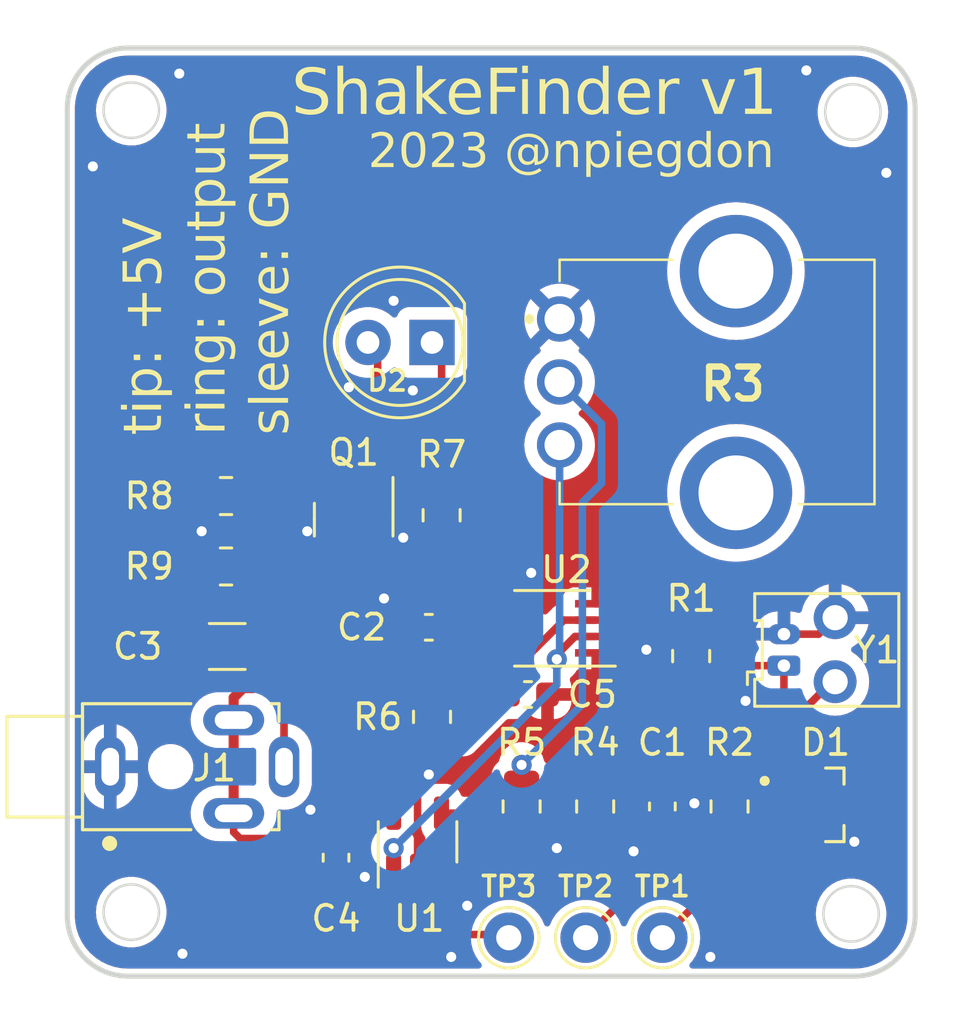
<source format=kicad_pcb>
(kicad_pcb (version 20221018) (generator pcbnew)
  (layers (0 "F.Cu" signal) (31 "B.Cu" signal) (34 "B.Paste" user) (35 "F.Paste" user) (36 "B.SilkS" user "B.Silkscreen") (37 "F.SilkS" user "F.Silkscreen") (38 "B.Mask" user) (39 "F.Mask" user) (44 "Edge.Cuts" user))
  (net 0 "")
  (net 1 "GND")
  (net 2 "Net-(C1-Pad1)")
  (net 3 "+5V")
  (net 4 "Net-(U2A-RCext)")
  (net 5 "Net-(U2A-Cext)")
  (net 6 "Net-(J2-Pin_1)")
  (net 7 "Net-(D2-K)")
  (net 8 "Net-(D2-A)")
  (net 9 "Net-(Q1-S)")
  (net 10 "Net-(R3-Pad2)")
  (net 11 "out")
  (net 12 "Net-(U2A-B)")
  (net 13 "Net-(U1-+)")
  (net 14 "Net-(U1--)")
  (footprint "Resistor_SMD:R_0805_2012Metric" (layer "F.Cu") (at 160.909 108.712 -90)
    (fp_text reference "R7" (at -2.413 0 -180) (layer "F.SilkS"))
    (fp_text value "1K")
    (fp_line (start -0.227064 -0.735) (end 0.227064 -0.735) (stroke (width 0.12)) (layer "F.SilkS"))
    (fp_line (start -0.227064 0.735) (end 0.227064 0.735) (stroke (width 0.12)) (layer "F.SilkS"))
    (pad "1" smd roundrect (at -0.9125 0 270) (size 1.025 1.4) (layers "F.Cu" "F.Paste" "F.Mask") (roundrect_rratio 0.243902439) (net 7 "Net-(D2-K)"))
    (pad "2" smd roundrect (at 0.9125 0 270) (size 1.025 1.4) (layers "F.Cu" "F.Paste" "F.Mask") (roundrect_rratio 0.243902439) (net 1 "GND"))
  )
  (footprint "Package_SO:SSOP-8_2.95x2.8mm_P0.65mm" (layer "F.Cu") (at 165.305 113.198 180)
    (fp_text reference "U2" (at -0.557 2.327 180) (layer "F.SilkS"))
    (fp_text value "74LVC1G123" hide)
    (fp_line (start 1.5 -1.5) (end -2.5 -1.5) (stroke (width 0.12)) (layer "F.SilkS"))
    (fp_line (start 1.5 1.5) (end -1.5 1.5) (stroke (width 0.12)) (layer "F.SilkS"))
    (pad "1" smd rect (at -1.7 -0.975 90) (size 0.3 1.6) (layers "F.Cu" "F.Paste" "F.Mask") (net 1 "GND"))
    (pad "2" smd rect (at -1.7 -0.325 90) (size 0.3 1.6) (layers "F.Cu" "F.Paste" "F.Mask") (net 12 "Net-(U2A-B)"))
    (pad "3" smd rect (at -1.7 0.325 90) (size 0.3 1.6) (layers "F.Cu" "F.Paste" "F.Mask") (net 3 "+5V"))
    (pad "4" smd rect (at -1.7 0.975 90) (size 0.3 1.6) (layers "F.Cu" "F.Paste" "F.Mask") (net 1 "GND"))
    (pad "5" smd rect (at 1.7 0.975 90) (size 0.3 1.6) (layers "F.Cu" "F.Paste" "F.Mask") (net 8 "Net-(D2-A)"))
    (pad "6" smd rect (at 1.7 0.325 90) (size 0.3 1.6) (layers "F.Cu" "F.Paste" "F.Mask") (net 5 "Net-(U2A-Cext)"))
    (pad "7" smd rect (at 1.7 -0.325 90) (size 0.3 1.6) (layers "F.Cu" "F.Paste" "F.Mask") (net 4 "Net-(U2A-RCext)"))
    (pad "8" smd rect (at 1.7 -0.975 90) (size 0.3 1.6) (layers "F.Cu" "F.Paste" "F.Mask") (net 3 "+5V"))
  )
  (footprint "Resistor_SMD:R_0805_2012Metric" (layer "F.Cu") (at 152.351 107.95 180)
    (fp_text reference "R8" (at 3.048 0 180) (layer "F.SilkS"))
    (fp_text value "1K")
    (fp_line (start -0.227064 -0.735) (end 0.227064 -0.735) (stroke (width 0.12)) (layer "F.SilkS"))
    (fp_line (start -0.227064 0.735) (end 0.227064 0.735) (stroke (width 0.12)) (layer "F.SilkS"))
    (pad "1" smd roundrect (at -0.9125 0 180) (size 1.025 1.4) (layers "F.Cu" "F.Paste" "F.Mask") (roundrect_rratio 0.243902439) (net 9 "Net-(Q1-S)"))
    (pad "2" smd roundrect (at 0.9125 0 180) (size 1.025 1.4) (layers "F.Cu" "F.Paste" "F.Mask") (roundrect_rratio 0.243902439) (net 1 "GND"))
  )
  (footprint "Package_TO_SOT_SMD:SOT-23" (layer "F.Cu") (at 157.419 108.8875 -90)
    (fp_text reference "Q1" (at -2.667 0) (layer "F.SilkS"))
    (fp_text value "AOSS32136C")
    (fp_line (start 0 -1.56) (end -1.675 -1.56) (stroke (width 0.12)) (layer "F.SilkS"))
    (fp_line (start 0 -1.56) (end 0.65 -1.56) (stroke (width 0.12)) (layer "F.SilkS"))
    (fp_line (start 0 1.56) (end -0.65 1.56) (stroke (width 0.12)) (layer "F.SilkS"))
    (fp_line (start 0 1.56) (end 0.65 1.56) (stroke (width 0.12)) (layer "F.SilkS"))
    (pad "1" smd roundrect (at -0.9375 -0.95 270) (size 1.475 0.6) (layers "F.Cu" "F.Paste" "F.Mask") (net 8 "Net-(D2-A)"))
    (pad "2" smd roundrect (at -0.9375 0.95 270) (size 1.475 0.6) (layers "F.Cu" "F.Paste" "F.Mask") (net 9 "Net-(Q1-S)"))
    (pad "3" smd roundrect (at 0.9375 0 270) (size 1.475 0.6) (layers "F.Cu" "F.Paste" "F.Mask") (net 11 "out"))
  )
  (footprint "Package_TO_SOT_SMD:SOT-23-5" (layer "F.Cu") (at 159.954 121.6715 90)
    (fp_text reference "U1" (at -3.0425 0.066 180) (layer "F.SilkS"))
    (fp_text value "MCP6001")
    (fp_line (start 0 -1.56) (end -1.8 -1.56) (stroke (width 0.12)) (layer "F.SilkS"))
    (fp_line (start 0 -1.56) (end 0.8 -1.56) (stroke (width 0.12)) (layer "F.SilkS"))
    (fp_line (start 0 1.56) (end -0.8 1.56) (stroke (width 0.12)) (layer "F.SilkS"))
    (fp_line (start 0 1.56) (end 0.8 1.56) (stroke (width 0.12)) (layer "F.SilkS"))
    (pad "1" smd roundrect (at -1.1375 -0.95 90) (size 1.325 0.6) (layers "F.Cu" "F.Paste" "F.Mask") (net 12 "Net-(U2A-B)"))
    (pad "2" smd roundrect (at -1.1375 0 90) (size 1.325 0.6) (layers "F.Cu" "F.Paste" "F.Mask") (net 1 "GND"))
    (pad "3" smd roundrect (at -1.1375 0.95 90) (size 1.325 0.6) (layers "F.Cu" "F.Paste" "F.Mask") (net 13 "Net-(U1-+)"))
    (pad "4" smd roundrect (at 1.1375 0.95 90) (size 1.325 0.6) (layers "F.Cu" "F.Paste" "F.Mask") (net 14 "Net-(U1--)"))
    (pad "5" smd roundrect (at 1.1375 -0.95 90) (size 1.325 0.6) (layers "F.Cu" "F.Paste" "F.Mask") (net 3 "+5V"))
  )
  (footprint "Resistor_SMD:R_0805_2012Metric" (layer "F.Cu") (at 167.005 120.269 -90)
    (fp_text reference "R4" (at -2.54 0) (layer "F.SilkS"))
    (fp_text value "10k")
    (fp_line (start -0.227064 -0.735) (end 0.227064 -0.735) (stroke (width 0.12)) (layer "F.SilkS"))
    (fp_line (start -0.227064 0.735) (end 0.227064 0.735) (stroke (width 0.12)) (layer "F.SilkS"))
    (pad "1" smd roundrect (at -0.9125 0 270) (size 1.025 1.4) (layers "F.Cu" "F.Paste" "F.Mask") (roundrect_rratio 0.243902439) (net 2 "Net-(C1-Pad1)"))
    (pad "2" smd roundrect (at 0.9125 0 270) (size 1.025 1.4) (layers "F.Cu" "F.Paste" "F.Mask") (roundrect_rratio 0.243902439) (net 13 "Net-(U1-+)"))
  )
  (footprint "KiCad Libraries:DIO_BAV99" (layer "F.Cu") (at 176.233 120.203)
    (fp_text reference "D1" (at -0.084 -2.474 180) (layer "F.SilkS"))
    (fp_text value "BAV99" hide)
    (fp_line (start -0.08 1.46) (end 0.65 1.46) (stroke (width 0.127)) (layer "F.SilkS"))
    (fp_line (start 0.65 -1.46) (end -0.08 -1.46) (stroke (width 0.127)) (layer "F.SilkS"))
    (fp_line (start 0.65 -0.82) (end 0.65 -1.46) (stroke (width 0.127)) (layer "F.SilkS"))
    (fp_line (start 0.65 1.46) (end 0.65 0.82) (stroke (width 0.127)) (layer "F.SilkS"))
    (fp_circle (center -2.5 -0.95) (end -2.4 -0.95) (stroke (width 0.2)) (fill none) (layer "F.SilkS"))
    (pad "1" smd rect (at -1.1 -0.95) (size 1.4 1) (layers "F.Cu" "F.Paste" "F.Mask") (net 6 "Net-(J2-Pin_1)"))
    (pad "2" smd rect (at -1.1 0.95) (size 1.4 1) (layers "F.Cu" "F.Paste" "F.Mask") (net 6 "Net-(J2-Pin_1)"))
    (pad "3" smd rect (at 1.1 0) (size 1.4 1) (layers "F.Cu" "F.Paste" "F.Mask") (net 1 "GND"))
  )
  (footprint "TestPoint:TestPoint_THTPad_D2.0mm_Drill1.0mm" (layer "F.Cu") (at 163.576 125.476 180)
    (fp_text reference "TP3" (at 0 2.032 180) (layer "F.SilkS") (effects (font (size 0.8 0.8) (thickness 0.15) bold)))
    (fp_text value "amp" hide)
    (fp_circle (center 0 0) (end 0 1.2) (stroke (width 0.12)) (fill none) (layer "F.SilkS"))
    (pad "1" thru_hole circle (at 0 0 180) (size 2 2) (drill 1) (layers "*.Cu" "*.Mask") (net 12 "Net-(U2A-B)"))
  )
  (footprint "Resistor_SMD:R_0805_2012Metric" (layer "F.Cu") (at 164.084 120.269 -90)
    (fp_text reference "R5" (at -2.54 0 -180) (layer "F.SilkS"))
    (fp_text value "10k")
    (fp_line (start -0.227064 -0.735) (end 0.227064 -0.735) (stroke (width 0.12)) (layer "F.SilkS"))
    (fp_line (start -0.227064 0.735) (end 0.227064 0.735) (stroke (width 0.12)) (layer "F.SilkS"))
    (pad "1" smd roundrect (at -0.9125 0 270) (size 1.025 1.4) (layers "F.Cu" "F.Paste" "F.Mask") (roundrect_rratio 0.243902439) (net 10 "Net-(R3-Pad2)"))
    (pad "2" smd roundrect (at 0.9125 0 270) (size 1.025 1.4) (layers "F.Cu" "F.Paste" "F.Mask") (roundrect_rratio 0.243902439) (net 14 "Net-(U1--)"))
  )
  (footprint "TestPoint:TestPoint_THTPad_D2.0mm_Drill1.0mm" (layer "F.Cu") (at 166.624 125.476 180)
    (fp_text reference "TP2" (at 0 2.032 180) (layer "F.SilkS") (effects (font (size 0.8 0.8) (thickness 0.15) bold)))
    (fp_text value "LPF" hide)
    (fp_circle (center 0 0) (end 0 1.2) (stroke (width 0.12)) (fill none) (layer "F.SilkS"))
    (pad "1" thru_hole circle (at 0 0 180) (size 2 2) (drill 1) (layers "*.Cu" "*.Mask") (net 2 "Net-(C1-Pad1)"))
  )
  (footprint "KiCad Libraries:Bournes PTV09A4020UB104" (layer "F.Cu") (at 171.193 103.423 -90)
    (fp_text reference "R3" (at 0.082 -1.273 -180) (layer "F.SilkS") (effects (font (size 1.27 1.27) (thickness 0.254))))
    (fp_text value "100k" hide)
    (fp_line (start -4.85 -6.9) (end 4.85 -6.9) (stroke (width 0.1)) (layer "F.SilkS"))
    (fp_line (start -4.85 -3.9) (end -4.85 -6.9) (stroke (width 0.1)) (layer "F.SilkS"))
    (fp_line (start -4.85 1.1) (end -4.85 5.6) (stroke (width 0.1)) (layer "F.SilkS"))
    (fp_line (start -4.85 5.6) (end -4 5.6) (stroke (width 0.1)) (layer "F.SilkS"))
    (fp_line (start -2.6 6.8) (end -2.6 6.8) (stroke (width 0.2)) (layer "F.SilkS"))
    (fp_line (start -2.4 6.8) (end -2.4 6.8) (stroke (width 0.2)) (layer "F.SilkS"))
    (fp_line (start 4 5.6) (end 4.85 5.6) (stroke (width 0.1)) (layer "F.SilkS"))
    (fp_line (start 4.85 -6.9) (end 4.85 -3.9) (stroke (width 0.1)) (layer "F.SilkS"))
    (fp_line (start 4.85 5.6) (end 4.85 1.1) (stroke (width 0.1)) (layer "F.SilkS"))
    (fp_arc (start -2.6 6.8) (mid -2.5 6.7) (end -2.4 6.8) (stroke (width 0.2)) (layer "F.SilkS"))
    (fp_arc (start -2.4 6.8) (mid -2.5 6.9) (end -2.6 6.8) (stroke (width 0.2)) (layer "F.SilkS"))
    (pad "1" thru_hole circle (at -2.5 5.6 270) (size 1.8 1.8) (drill 1.2) (layers "*.Cu" "*.Mask") (net 1 "GND"))
    (pad "2" thru_hole circle (at 0 5.6 270) (size 1.8 1.8) (drill 1.2) (layers "*.Cu" "*.Mask") (net 10 "Net-(R3-Pad2)"))
    (pad "3" thru_hole circle (at 2.5 5.6 270) (size 1.8 1.8) (drill 1.2) (layers "*.Cu" "*.Mask") (net 12 "Net-(U2A-B)"))
    (pad "4" thru_hole circle (at -4.4 -1.4 270) (size 4.46 4.46) (drill 2.9732) (layers "*.Cu" "*.Mask"))
    (pad "5" thru_hole circle (at 4.4 -1.4 270) (size 4.46 4.46) (drill 2.9732) (layers "*.Cu" "*.Mask"))
  )
  (footprint "Capacitor_SMD:C_0603_1608Metric" (layer "F.Cu") (at 169.672 120.269 90)
    (fp_text reference "C1" (at 2.54 0 180) (layer "F.SilkS"))
    (fp_text value "10n")
    (fp_line (start -0.14058 -0.51) (end 0.14058 -0.51) (stroke (width 0.12)) (layer "F.SilkS"))
    (fp_line (start -0.14058 0.51) (end 0.14058 0.51) (stroke (width 0.12)) (layer "F.SilkS"))
    (pad "1" smd roundrect (at -0.775 0 90) (size 0.9 0.95) (layers "F.Cu" "F.Paste" "F.Mask") (net 2 "Net-(C1-Pad1)"))
    (pad "2" smd roundrect (at 0.775 0 90) (size 0.9 0.95) (layers "F.Cu" "F.Paste" "F.Mask") (net 1 "GND"))
  )
  (footprint "Resistor_SMD:R_0805_2012Metric" (layer "F.Cu") (at 170.815 114.3 90)
    (fp_text reference "R1" (at 2.286 0) (layer "F.SilkS"))
    (fp_text value "100k")
    (fp_line (start -0.227064 -0.735) (end 0.227064 -0.735) (stroke (width 0.12)) (layer "F.SilkS"))
    (fp_line (start -0.227064 0.735) (end 0.227064 0.735) (stroke (width 0.12)) (layer "F.SilkS"))
    (pad "1" smd roundrect (at -0.9125 0 90) (size 1.025 1.4) (layers "F.Cu" "F.Paste" "F.Mask") (roundrect_rratio 0.243902439) (net 6 "Net-(J2-Pin_1)"))
    (pad "2" smd roundrect (at 0.9125 0 90) (size 1.025 1.4) (layers "F.Cu" "F.Paste" "F.Mask") (roundrect_rratio 0.243902439) (net 1 "GND"))
  )
  (footprint "TestPoint:TestPoint_THTPad_D2.0mm_Drill1.0mm" (layer "F.Cu") (at 169.672 125.476 180)
    (fp_text reference "TP1" (at 0 2.032 180) (layer "F.SilkS") (effects (font (size 0.8 0.8) (thickness 0.15) bold)))
    (fp_text value "Crystal" hide)
    (fp_circle (center 0 0) (end 0 1.2) (stroke (width 0.12)) (fill none) (layer "F.SilkS"))
    (pad "1" thru_hole circle (at 0 0 180) (size 2 2) (drill 1) (layers "*.Cu" "*.Mask") (net 6 "Net-(J2-Pin_1)"))
  )
  (footprint "Fiducial:Fiducial_1mm_Mask2mm" (layer "F.Cu") (at 173.355 125.095)
    (fp_text reference "FID2" hide)
    (fp_text value "Fiducial" hide)
    (pad "" smd circle (at 0 0) (size 1 1) (layers "F.Cu" "F.Mask") (clearance 0.5))
  )
  (footprint "Capacitor_SMD:C_1206_3216Metric" (layer "F.Cu") (at 152.4 113.919 180)
    (fp_text reference "C3" (at 3.556 0 180) (layer "F.SilkS"))
    (fp_text value "10u")
    (fp_line (start -0.711252 -0.91) (end 0.711252 -0.91) (stroke (width 0.12)) (layer "F.SilkS"))
    (fp_line (start -0.711252 0.91) (end 0.711252 0.91) (stroke (width 0.12)) (layer "F.SilkS"))
    (pad "1" smd roundrect (at -1.475 0 180) (size 1.15 1.8) (layers "F.Cu" "F.Paste" "F.Mask") (roundrect_rratio 0.2173913043) (net 3 "+5V"))
    (pad "2" smd roundrect (at 1.475 0 180) (size 1.15 1.8) (layers "F.Cu" "F.Paste" "F.Mask") (roundrect_rratio 0.2173913043) (net 1 "GND"))
  )
  (footprint "Resistor_SMD:R_0805_2012Metric" (layer "F.Cu") (at 172.339 120.269 -90)
    (fp_text reference "R2" (at -2.54 0 -180) (layer "F.SilkS"))
    (fp_text value "10k")
    (fp_line (start -0.227064 -0.735) (end 0.227064 -0.735) (stroke (width 0.12)) (layer "F.SilkS"))
    (fp_line (start -0.227064 0.735) (end 0.227064 0.735) (stroke (width 0.12)) (layer "F.SilkS"))
    (pad "1" smd roundrect (at -0.9125 0 270) (size 1.025 1.4) (layers "F.Cu" "F.Paste" "F.Mask") (roundrect_rratio 0.243902439) (net 6 "Net-(J2-Pin_1)"))
    (pad "2" smd roundrect (at 0.9125 0 270) (size 1.025 1.4) (layers "F.Cu" "F.Paste" "F.Mask") (roundrect_rratio 0.243902439) (net 2 "Net-(C1-Pad1)"))
  )
  (footprint "Capacitor_SMD:C_0603_1608Metric" (layer "F.Cu") (at 164.338 115.824)
    (fp_text reference "C5" (at 2.553 0) (layer "F.SilkS"))
    (fp_text value "100n")
    (fp_line (start -0.14058 -0.51) (end 0.14058 -0.51) (stroke (width 0.12)) (layer "F.SilkS"))
    (fp_line (start -0.14058 0.51) (end 0.14058 0.51) (stroke (width 0.12)) (layer "F.SilkS"))
    (pad "1" smd roundrect (at -0.775 0) (size 0.9 0.95) (layers "F.Cu" "F.Paste" "F.Mask") (net 3 "+5V"))
    (pad "2" smd roundrect (at 0.775 0) (size 0.9 0.95) (layers "F.Cu" "F.Paste" "F.Mask") (net 1 "GND"))
  )
  (footprint "Capacitor_SMD:C_0603_1608Metric" (layer "F.Cu") (at 156.718 122.301 -90)
    (fp_text reference "C4" (at 2.413 0) (layer "F.SilkS"))
    (fp_text value "100n")
    (fp_line (start -0.14058 -0.51) (end 0.14058 -0.51) (stroke (width 0.12)) (layer "F.SilkS"))
    (fp_line (start -0.14058 0.51) (end 0.14058 0.51) (stroke (width 0.12)) (layer "F.SilkS"))
    (pad "1" smd roundrect (at -0.775 0 270) (size 0.9 0.95) (layers "F.Cu" "F.Paste" "F.Mask") (net 3 "+5V"))
    (pad "2" smd roundrect (at 0.775 0 270) (size 0.9 0.95) (layers "F.Cu" "F.Paste" "F.Mask") (net 1 "GND"))
  )
  (footprint "KiCad Libraries:CUI_SJ1-2503A" (layer "F.Cu") (at 147.754 118.69 90)
    (fp_text reference "J1" (at -0.055 4.138 180) (layer "F.SilkS"))
    (fp_text value "2.5mm TRS" hide)
    (fp_line (start -2.5 -1.1) (end -2 -1.1) (stroke (width 0.127)) (layer "F.SilkS"))
    (fp_line (start -2.5 3.2) (end -2.5 -1.1) (stroke (width 0.127)) (layer "F.SilkS"))
    (fp_line (start -2.5 6.7) (end -2.5 6.4) (stroke (width 0.127)) (layer "F.SilkS"))
    (fp_line (start -2 -4.1) (end -2 -1.1) (stroke (width 0.127)) (layer "F.SilkS"))
    (fp_line (start -2 -1.1) (end 2 -1.1) (stroke (width 0.127)) (layer "F.SilkS"))
    (fp_line (start -1.8 6.7) (end -2.5 6.7) (stroke (width 0.127)) (layer "F.SilkS"))
    (fp_line (start 1.8 6.7) (end 2.5 6.7) (stroke (width 0.127)) (layer "F.SilkS"))
    (fp_line (start 2 -4.1) (end -2 -4.1) (stroke (width 0.127)) (layer "F.SilkS"))
    (fp_line (start 2 -1.1) (end 2 -4.1) (stroke (width 0.127)) (layer "F.SilkS"))
    (fp_line (start 2 -1.1) (end 2.5 -1.1) (stroke (width 0.127)) (layer "F.SilkS"))
    (fp_line (start 2.5 -1.1) (end 2.5 3.2) (stroke (width 0.127)) (layer "F.SilkS"))
    (fp_line (start 2.5 6.7) (end 2.5 6.4) (stroke (width 0.127)) (layer "F.SilkS"))
    (fp_circle (center -3.0444 -0.0236) (end -2.8944 -0.0236) (stroke (width 0.3)) (fill none) (layer "F.SilkS"))
    (pad "" np_thru_hole circle (at 0 2.4 90) (size 1.2 1.2) (drill 1.2) (layers "*.Cu" "*.Mask"))
    (pad "1" thru_hole oval (at 0 0 90) (size 2.416 1.208) (drill oval 1.5 0.7) (layers "*.Cu" "*.Mask") (net 1 "GND"))
    (pad "2" thru_hole oval (at -1.85 4.9 90) (size 1.208 2.416) (drill oval 0.7 1.5) (layers "*.Cu" "*.Mask") (net 3 "+5V"))
    (pad "3" thru_hole oval (at 1.85 4.9 90) (size 1.208 2.416) (drill oval 0.7 1.5) (layers "*.Cu" "*.Mask") (net 3 "+5V"))
    (pad "4" thru_hole oval (at 0 6.9 90) (size 2.416 1.208) (drill oval 1.5 0.7) (layers "*.Cu" "*.Mask") (net 11 "out"))
  )
  (footprint "Connector_PinHeader_2.54mm:PinHeader_1x02_P2.54mm_Vertical" (layer "F.Cu") (at 176.53 115.316 180)
    (fp_text reference "J2" hide)
    (fp_text value "Conn_01x02_Pin" hide)
    (pad "1" thru_hole circle (at 0 0 180) (size 1.7 1.7) (drill 1) (layers "*.Cu" "*.Mask") (net 6 "Net-(J2-Pin_1)"))
    (pad "2" thru_hole oval (at 0 2.54 180) (size 1.7 1.7) (drill 1) (layers "*.Cu" "*.Mask") (net 1 "GND"))
  )
  (footprint "KiCad Libraries:Molex_PicoBlade_53048-0210_1x02_P1.25mm_Horizontal" (layer "F.Cu") (at 174.498 114.681 90)
    (fp_text reference "Y1" (at 0.62 3.683 180) (layer "F.SilkS"))
    (fp_text value "Piezo" hide)
    (fp_line (start -1.61 -1.16) (end -1.61 4.56) (stroke (width 0.12)) (layer "F.SilkS"))
    (fp_line (start -1.61 4.56) (end 0.625 4.56) (stroke (width 0.12)) (layer "F.SilkS"))
    (fp_line (start -0.54 -1.16) (end -1.61 -1.16) (stroke (width 0.12)) (layer "F.SilkS"))
    (fp_line (start -0.54 -0.86) (end -0.54 -1.16) (stroke (width 0.12)) (layer "F.SilkS"))
    (fp_line (start -0.25 -1.45) (end -0.75 -1.45) (stroke (width 0.12)) (layer "F.SilkS"))
    (fp_line (start -0.25 -1.15) (end -0.25 -1.45) (stroke (width 0.12)) (layer "F.SilkS"))
    (fp_line (start 0.625 -0.86) (end -0.54 -0.86) (stroke (width 0.12)) (layer "F.SilkS"))
    (fp_line (start 0.625 -0.86) (end 1.79 -0.86) (stroke (width 0.12)) (layer "F.SilkS"))
    (fp_line (start 1.79 -1.16) (end 2.86 -1.16) (stroke (width 0.12)) (layer "F.SilkS"))
    (fp_line (start 1.79 -0.86) (end 1.79 -1.16) (stroke (width 0.12)) (layer "F.SilkS"))
    (fp_line (start 2.86 -1.16) (end 2.86 4.56) (stroke (width 0.12)) (layer "F.SilkS"))
    (fp_line (start 2.86 4.56) (end 0.625 4.56) (stroke (width 0.12)) (layer "F.SilkS"))
    (pad "1" thru_hole roundrect (at 0 0 90) (size 0.8 1.3) (drill 0.5) (layers "*.Cu" "*.Mask") (net 6 "Net-(J2-Pin_1)"))
    (pad "2" thru_hole oval (at 1.25 0 90) (size 0.8 1.3) (drill 0.5) (layers "*.Cu" "*.Mask") (net 1 "GND"))
  )
  (footprint "Fiducial:Fiducial_1mm_Mask2mm" (layer "F.Cu") (at 152.4 92.075)
    (fp_text reference "FID1" hide)
    (fp_text value "Fiducial" hide)
    (pad "" smd circle (at 0 0) (size 1 1) (layers "F.Cu" "F.Mask") (clearance 0.5))
  )
  (footprint "Resistor_SMD:R_0805_2012Metric" (layer "F.Cu") (at 160.528 116.713 90)
    (fp_text reference "R6" (at 0 -2.159 180) (layer "F.SilkS"))
    (fp_text value "10k")
    (fp_line (start -0.227064 -0.735) (end 0.227064 -0.735) (stroke (width 0.12)) (layer "F.SilkS"))
    (fp_line (start -0.227064 0.735) (end 0.227064 0.735) (stroke (width 0.12)) (layer "F.SilkS"))
    (pad "1" smd roundrect (at -0.9125 0 90) (size 1.025 1.4) (layers "F.Cu" "F.Paste" "F.Mask") (roundrect_rratio 0.243902439) (net 3 "+5V"))
    (pad "2" smd roundrect (at 0.9125 0 90) (size 1.025 1.4) (layers "F.Cu" "F.Paste" "F.Mask") (roundrect_rratio 0.243902439) (net 4 "Net-(U2A-RCext)"))
  )
  (footprint "Capacitor_SMD:C_0603_1608Metric" (layer "F.Cu") (at 160.401 113.157)
    (fp_text reference "C2" (at -2.667 0) (layer "F.SilkS"))
    (fp_text value "1u")
    (fp_line (start -0.14058 -0.51) (end 0.14058 -0.51) (stroke (width 0.12)) (layer "F.SilkS"))
    (fp_line (start -0.14058 0.51) (end 0.14058 0.51) (stroke (width 0.12)) (layer "F.SilkS"))
    (pad "1" smd roundrect (at -0.775 0) (size 0.9 0.95) (layers "F.Cu" "F.Paste" "F.Mask") (net 4 "Net-(U2A-RCext)"))
    (pad "2" smd roundrect (at 0.775 0) (size 0.9 0.95) (layers "F.Cu" "F.Paste" "F.Mask") (net 5 "Net-(U2A-Cext)"))
  )
  (footprint "LED_THT:LED_D5.0mm_IRGrey" (layer "F.Cu") (at 160.528 101.854 180)
    (fp_text reference "D2" (at 1.778 -1.524) (layer "F.SilkS") (effects (font (size 0.8 0.8))))
    (fp_text value "RED")
    (fp_line (start -1.29 -1.545) (end -1.29 1.545) (stroke (width 0.12)) (layer "F.SilkS"))
    (fp_arc (start -1.29 -1.54483) (mid 2.072002 -2.880433) (end 4.26 0.000462) (stroke (width 0.12)) (layer "F.SilkS"))
    (fp_arc (start 4.26 -0.000462) (mid 2.072002 2.880433) (end -1.29 1.54483) (stroke (width 0.12)) (layer "F.SilkS"))
    (fp_circle (center 1.27 0) (end 3.77 0) (stroke (width 0.12)) (fill none) (layer "F.SilkS"))
    (pad "1" thru_hole rect (at 0 0 180) (size 1.8 1.8) (drill 0.9) (layers "*.Cu" "*.Mask") (net 7 "Net-(D2-K)"))
    (pad "2" thru_hole circle (at 2.54 0 180) (size 1.8 1.8) (drill 0.9) (layers "*.Cu" "*.Mask") (net 8 "Net-(D2-A)"))
  )
  (footprint "Resistor_SMD:R_0805_2012Metric" (layer "F.Cu") (at 152.351 110.744 180)
    (fp_text reference "R9" (at 3.048 0 180) (layer "F.SilkS"))
    (fp_text value "100k")
    (fp_line (start -0.227064 -0.735) (end 0.227064 -0.735) (stroke (width 0.12)) (layer "F.SilkS"))
    (fp_line (start -0.227064 0.735) (end 0.227064 0.735) (stroke (width 0.12)) (layer "F.SilkS"))
    (pad "1" smd roundrect (at -0.9125 0 180) (size 1.025 1.4) (layers "F.Cu" "F.Paste" "F.Mask") (roundrect_rratio 0.243902439) (net 3 "+5V"))
    (pad "2" smd roundrect (at 0.9125 0 180) (size 1.025 1.4) (layers "F.Cu" "F.Paste" "F.Mask") (roundrect_rratio 0.243902439) (net 1 "GND"))
  )
  (gr_circle (center 148.59 124.46) (end 149.69 124.46) (stroke (width 0.1)) (fill none) (layer "Edge.Cuts"))
  (gr_arc (start 177.305 90.17) (mid 179.002056 90.872944) (end 179.705 92.57) (stroke (width 0.2)) (layer "Edge.Cuts"))
  (gr_arc (start 179.705 124.6) (mid 179.002056 126.297056) (end 177.305 127) (stroke (width 0.2)) (layer "Edge.Cuts"))
  (gr_circle (center 177.165 124.53) (end 178.265 124.53) (stroke (width 0.1)) (fill none) (layer "Edge.Cuts"))
  (gr_arc (start 148.45 127) (mid 146.752944 126.297056) (end 146.05 124.6) (stroke (width 0.2)) (layer "Edge.Cuts"))
  (gr_line (start 148.45 90.17) (end 177.305 90.17) (stroke (width 0.2)) (layer "Edge.Cuts"))
  (gr_arc (start 146.05 92.57) (mid 146.752944 90.872944) (end 148.45 90.17) (stroke (width 0.2)) (layer "Edge.Cuts"))
  (gr_line (start 177.305 127) (end 148.45 127) (stroke (width 0.2)) (layer "Edge.Cuts"))
  (gr_circle (center 148.59 92.64) (end 149.69 92.64) (stroke (width 0.1)) (fill none) (layer "Edge.Cuts"))
  (gr_circle (center 177.235 92.71) (end 178.335 92.71) (stroke (width 0.1)) (fill none) (layer "Edge.Cuts"))
  (gr_line (start 146.05 124.6) (end 146.05 92.57) (stroke (width 0.2)) (layer "Edge.Cuts"))
  (gr_line (start 179.705 92.57) (end 179.705 124.6) (stroke (width 0.2)) (layer "Edge.Cuts"))
  (gr_text "tip: +5V\nring: output\nsleeve: GND\n" (at 155.067 105.537 90) (layer "F.SilkS") (effects (font (size 1.5 1.5) (thickness 0.25)) (justify left bottom)))
  (gr_text "2023 @npiegdon" (at 174.117 95.123) (layer "F.SilkS") (effects (font (size 1.35 1.35) (thickness 0.325)) (justify right bottom)))
  (gr_text "ShakeFinder v1" (at 174.244 93.091) (layer "F.SilkS") (effects (font (size 1.8 1.8) (thickness 0.375)) (justify right bottom)))
  (segment (start 168.783 112.268) (end 168.783 113.792) (width 0.3) (layer "F.Cu") (net 1))
  (segment (start 160.401 119.253) (end 159.954 119.7) (width 0.3) (layer "F.Cu") (net 1))
  (segment (start 159.954 119.7) (end 159.954 122.809) (width 0.3) (layer "F.Cu") (net 1))
  (segment (start 167.005 112.223) (end 168.103 112.223) (width 0.3) (layer "F.Cu") (net 1))
  (segment (start 160.401 118.999) (end 160.401 119.253) (width 0.3) (layer "F.Cu") (net 1))
  (segment (start 174.498 113.431) (end 175.875 113.431) (width 0.3) (layer "F.Cu") (net 1))
  (segment (start 168.103 112.223) (end 168.148 112.268) (width 0.3) (layer "F.Cu") (net 1))
  (segment (start 168.148 112.268) (end 168.783 112.268) (width 0.3) (layer "F.Cu") (net 1))
  (segment (start 168.783 113.792) (end 169.037 114.046) (width 0.3) (layer "F.Cu") (net 1))
  (segment (start 168.91 114.173) (end 169.037 114.046) (width 0.3) (layer "F.Cu") (net 1))
  (segment (start 167.005 114.173) (end 168.91 114.173) (width 0.3) (layer "F.Cu") (net 1))
  (segment (start 175.875 113.431) (end 176.53 112.776) (width 0.3) (layer "F.Cu") (net 1))
  (via (at 147.066 94.869) (size 0.8) (drill 0.4) (layers "F.Cu" "B.Cu") (net 1))
  (via (at 175.387 91.059) (size 0.8) (drill 0.4) (layers "F.Cu" "B.Cu") (net 1))
  (via (at 161.29 126.238) (size 0.8) (drill 0.4) (layers "F.Cu" "B.Cu") (net 1))
  (via (at 164.465 110.998) (size 0.8) (drill 0.4) (layers "F.Cu" "B.Cu") (net 1))
  (via (at 169.037 114.046) (size 0.8) (drill 0.4) (layers "F.Cu" "B.Cu") (net 1))
  (via (at 170.942 120.142) (size 0.8) (drill 0.4) (layers "F.Cu" "B.Cu") (net 1))
  (via (at 155.702 120.396) (size 0.8) (drill 0.4) (layers "F.Cu" "B.Cu") (net 1))
  (via (at 158.623 112.014) (size 0.8) (drill 0.4) (layers "F.Cu" "B.Cu") (net 1))
  (via (at 150.495 91.186) (size 0.8) (drill 0.4) (layers "F.Cu" "B.Cu") (net 1))
  (via (at 159.004 100.203) (size 0.8) (drill 0.4) (layers "F.Cu" "B.Cu") (net 1))
  (via (at 151.384 109.347) (size 0.8) (drill 0.4) (layers "F.Cu" "B.Cu") (net 1))
  (via (at 155.575 109.347) (size 0.8) (drill 0.4) (layers "F.Cu" "B.Cu") (net 1))
  (via (at 159.766 103.759) (size 0.8) (drill 0.4) (layers "F.Cu" "B.Cu") (net 1))
  (via (at 165.481 121.92) (size 0.8) (drill 0.4) (layers "F.Cu" "B.Cu") (net 1))
  (via (at 177.292 121.666) (size 0.8) (drill 0.4) (layers "F.Cu" "B.Cu") (net 1))
  (via (at 159.385 109.601) (size 0.8) (drill 0.4) (layers "F.Cu" "B.Cu") (net 1))
  (via (at 168.529 122.047) (size 0.8) (drill 0.4) (layers "F.Cu" "B.Cu") (net 1))
  (via (at 160.401 118.999) (size 0.8) (drill 0.4) (layers "F.Cu" "B.Cu") (net 1))
  (via (at 157.226 103.632) (size 0.8) (drill 0.4) (layers "F.Cu" "B.Cu") (net 1))
  (via (at 161.925 124.206) (size 0.8) (drill 0.4) (layers "F.Cu" "B.Cu") (net 1))
  (via (at 171.577 126.238) (size 0.8) (drill 0.4) (layers "F.Cu" "B.Cu") (net 1))
  (via (at 157.861 123.063) (size 0.8) (drill 0.4) (layers "F.Cu" "B.Cu") (net 1))
  (via (at 172.974 116.078) (size 0.8) (drill 0.4) (layers "F.Cu" "B.Cu") (net 1))
  (via (at 178.562 95.123) (size 0.8) (drill 0.4) (layers "F.Cu" "B.Cu") (net 1))
  (via (at 150.622 126.111) (size 0.8) (drill 0.4) (layers "F.Cu" "B.Cu") (net 1))
  (segment (start 167.3625 119.3565) (end 169.05 121.044) (width 0.3) (layer "F.Cu") (net 2))
  (segment (start 169.672 122.428) (end 169.672 121.044) (width 0.3) (layer "F.Cu") (net 2))
  (segment (start 169.05 121.044) (end 169.672 121.044) (width 0.3) (layer "F.Cu") (net 2))
  (segment (start 167.005 119.3565) (end 167.3625 119.3565) (width 0.3) (layer "F.Cu") (net 2))
  (segment (start 169.8095 121.1815) (end 169.672 121.044) (width 0.3) (layer "F.Cu") (net 2))
  (segment (start 166.624 125.476) (end 169.672 122.428) (width 0.3) (layer "F.Cu") (net 2))
  (segment (start 172.339 121.1815) (end 169.8095 121.1815) (width 0.3) (layer "F.Cu") (net 2))
  (segment (start 159.004 119.1495) (end 159.004 120.534) (width 0.3) (layer "F.Cu") (net 3))
  (segment (start 153.875 113.919) (end 153.875 115.111) (width 0.4) (layer "F.Cu") (net 3))
  (segment (start 163.563 114.215) (end 163.605 114.173) (width 0.3) (layer "F.Cu") (net 3))
  (segment (start 159.004 120.534) (end 157.71 120.534) (width 0.3) (layer "F.Cu") (net 3))
  (segment (start 153.875 113.919) (end 153.875 112.6) (width 0.4) (layer "F.Cu") (net 3))
  (segment (start 163.605 114.173) (end 164.465 114.173) (width 0.3) (layer "F.Cu") (net 3))
  (segment (start 152.654 121.285) (end 152.908 121.539) (width 0.3) (layer "F.Cu") (net 3))
  (segment (start 160.528 117.6255) (end 159.004 119.1495) (width 0.3) (layer "F.Cu") (net 3))
  (segment (start 152.908 121.539) (end 156.705 121.539) (width 0.3) (layer "F.Cu") (net 3))
  (segment (start 161.7615 117.6255) (end 163.563 115.824) (width 0.3) (layer "F.Cu") (net 3))
  (segment (start 165.765 112.873) (end 167.005 112.873) (width 0.3) (layer "F.Cu") (net 3))
  (segment (start 152.654 116.84) (end 152.654 120.54) (width 0.4) (layer "F.Cu") (net 3))
  (segment (start 153.875 112.6) (end 153.2635 111.9885) (width 0.4) (layer "F.Cu") (net 3))
  (segment (start 163.563 115.824) (end 163.563 114.215) (width 0.3) (layer "F.Cu") (net 3))
  (segment (start 153.416 115.57) (end 153.035 115.57) (width 0.4) (layer "F.Cu") (net 3))
  (segment (start 153.2635 111.9885) (end 153.2635 110.744) (width 0.4) (layer "F.Cu") (net 3))
  (segment (start 160.528 117.6255) (end 161.7615 117.6255) (width 0.3) (layer "F.Cu") (net 3))
  (segment (start 152.654 120.54) (end 152.654 121.285) (width 0.3) (layer "F.Cu") (net 3))
  (segment (start 152.654 115.951) (end 152.654 116.84) (width 0.4) (layer "F.Cu") (net 3))
  (segment (start 164.465 114.173) (end 165.765 112.873) (width 0.3) (layer "F.Cu") (net 3))
  (segment (start 156.705 121.539) (end 156.718 121.526) (width 0.3) (layer "F.Cu") (net 3))
  (segment (start 153.875 115.111) (end 153.416 115.57) (width 0.4) (layer "F.Cu") (net 3))
  (segment (start 157.71 120.534) (end 156.718 121.526) (width 0.3) (layer "F.Cu") (net 3))
  (segment (start 153.035 115.57) (end 152.654 115.951) (width 0.4) (layer "F.Cu") (net 3))
  (segment (start 162.179 113.919) (end 162.179 114.3) (width 0.3) (layer "F.Cu") (net 4))
  (segment (start 163.605 113.523) (end 162.575 113.523) (width 0.3) (layer "F.Cu") (net 4))
  (segment (start 162.575 113.523) (end 162.179 113.919) (width 0.3) (layer "F.Cu") (net 4))
  (segment (start 160.528 115.8005) (end 160.3775 115.8005) (width 0.3) (layer "F.Cu") (net 4))
  (segment (start 159.626 115.049) (end 159.626 113.157) (width 0.3) (layer "F.Cu") (net 4))
  (segment (start 160.6785 115.8005) (end 160.528 115.8005) (width 0.3) (layer "F.Cu") (net 4))
  (segment (start 162.179 114.3) (end 160.6785 115.8005) (width 0.3) (layer "F.Cu") (net 4))
  (segment (start 160.3775 115.8005) (end 159.626 115.049) (width 0.3) (layer "F.Cu") (net 4))
  (segment (start 162.082 112.873) (end 163.605 112.873) (width 0.3) (layer "F.Cu") (net 5))
  (segment (start 161.176 113.157) (end 161.798 113.157) (width 0.3) (layer "F.Cu") (net 5))
  (segment (start 161.798 113.157) (end 162.082 112.873) (width 0.3) (layer "F.Cu") (net 5))
  (segment (start 174.498 115.951) (end 174.498 114.681) (width 0.3) (layer "F.Cu") (net 6))
  (segment (start 173.736 122.301) (end 173.736 119.253) (width 0.3) (layer "F.Cu") (net 6))
  (segment (start 175.133 116.586) (end 176.022 115.697) (width 0.3) (layer "F.Cu") (net 6))
  (segment (start 172.4425 119.253) (end 172.339 119.3565) (width 0.3) (layer "F.Cu") (net 6))
  (segment (start 173.736 119.253) (end 172.4425 119.253) (width 0.3) (layer "F.Cu") (net 6))
  (segment (start 169.672 125.476) (end 172.212 122.936) (width 0.3) (layer "F.Cu") (net 6))
  (segment (start 172.212 122.936) (end 173.101 122.936) (width 0.3) (layer "F.Cu") (net 6))
  (segment (start 175.133 119.253) (end 173.736 119.253) (width 0.3) (layer "F.Cu") (net 6))
  (segment (start 175.133 121.153) (end 175.133 119.253) (width 0.3) (layer "F.Cu") (net 6))
  (segment (start 175.133 119.253) (end 175.133 116.586) (width 0.3) (layer "F.Cu") (net 6))
  (segment (start 173.101 122.936) (end 173.736 122.301) (width 0.3) (layer "F.Cu") (net 6))
  (segment (start 175.133 116.586) (end 174.498 115.951) (width 0.3) (layer "F.Cu") (net 6))
  (segment (start 172.72 114.681) (end 174.498 114.681) (width 0.3) (layer "F.Cu") (net 6))
  (segment (start 170.815 115.2125) (end 170.815 115.316) (width 0.25) (layer "F.Cu") (net 6))
  (segment (start 172.1885 115.2125) (end 172.72 114.681) (width 0.3) (layer "F.Cu") (net 6))
  (segment (start 170.815 115.2125) (end 172.1885 115.2125) (width 0.3) (layer "F.Cu") (net 6))
  (segment (start 160.909 102.235) (end 160.528 101.854) (width 0.3) (layer "F.Cu") (net 7))
  (segment (start 160.909 107.7995) (end 160.909 102.235) (width 0.3) (layer "F.Cu") (net 7))
  (segment (start 163.605 112.223) (end 160.61 112.223) (width 0.3) (layer "F.Cu") (net 8))
  (segment (start 158.369 102.235) (end 157.988 101.854) (width 0.3) (layer "F.Cu") (net 8))
  (segment (start 158.369 107.95) (end 158.369 102.235) (width 0.3) (layer "F.Cu") (net 8))
  (segment (start 158.369 109.982) (end 158.369 107.95) (width 0.3) (layer "F.Cu") (net 8))
  (segment (start 160.61 112.223) (end 158.369 109.982) (width 0.3) (layer "F.Cu") (net 8))
  (segment (start 156.469 107.95) (end 153.2635 107.95) (width 0.3) (layer "F.Cu") (net 9))
  (segment (start 164.084 119.3565) (end 164.084 118.618) (width 0.3) (layer "F.Cu") (net 10))
  (via (at 164.084 118.618) (size 0.8) (drill 0.4) (layers "F.Cu" "B.Cu") (net 10))
  (segment (start 167.259 105.089) (end 165.593 103.423) (width 0.3) (layer "B.Cu") (net 10))
  (segment (start 164.084 118.618) (end 166.497 116.205) (width 0.3) (layer "B.Cu") (net 10))
  (segment (start 166.497 116.205) (end 166.497 108.204) (width 0.3) (layer "B.Cu") (net 10))
  (segment (start 167.259 107.442) (end 167.259 105.089) (width 0.3) (layer "B.Cu") (net 10))
  (segment (start 166.497 108.204) (end 167.259 107.442) (width 0.3) (layer "B.Cu") (net 10))
  (segment (start 154.654 118.69) (end 154.654 116.11) (width 0.3) (layer "F.Cu") (net 11))
  (segment (start 155.448 111.125) (end 156.748 109.825) (width 0.3) (layer "F.Cu") (net 11))
  (segment (start 156.748 109.825) (end 157.419 109.825) (width 0.3) (layer "F.Cu") (net 11))
  (segment (start 155.448 115.316) (end 155.448 111.125) (width 0.3) (layer "F.Cu") (net 11))
  (segment (start 154.654 116.11) (end 155.448 115.316) (width 0.3) (layer "F.Cu") (net 11))
  (segment (start 159.004 124.46) (end 159.893 125.349) (width 0.3) (layer "F.Cu") (net 12))
  (segment (start 163.449 125.349) (end 163.576 125.476) (width 0.3) (layer "F.Cu") (net 12))
  (segment (start 159.004 122.809) (end 159.004 121.92) (width 0.3) (layer "F.Cu") (net 12))
  (segment (start 159.004 122.809) (end 159.004 124.46) (width 0.3) (layer "F.Cu") (net 12))
  (segment (start 166.205 113.523) (end 165.481 114.247) (width 0.3) (layer "F.Cu") (net 12))
  (segment (start 167.005 113.523) (end 166.205 113.523) (width 0.3) (layer "F.Cu") (net 12))
  (segment (start 165.481 114.247) (end 165.481 114.427) (width 0.3) (layer "F.Cu") (net 12))
  (segment (start 159.893 125.349) (end 163.449 125.349) (width 0.3) (layer "F.Cu") (net 12))
  (via (at 165.481 114.427) (size 0.8) (drill 0.4) (layers "F.Cu" "B.Cu") (net 12))
  (via (at 159.004 121.92) (size 0.8) (drill 0.4) (layers "F.Cu" "B.Cu") (net 12))
  (segment (start 165.481 115.443) (end 165.481 114.427) (width 0.3) (layer "B.Cu") (net 12))
  (segment (start 165.481 114.427) (end 165.593 114.315) (width 0.3) (layer "B.Cu") (net 12))
  (segment (start 159.004 121.92) (end 165.481 115.443) (width 0.3) (layer "B.Cu") (net 12))
  (segment (start 165.593 114.315) (end 165.593 105.923) (width 0.3) (layer "B.Cu") (net 12))
  (segment (start 167.005 122.047) (end 166.243 122.809) (width 0.3) (layer "F.Cu") (net 13))
  (segment (start 167.005 121.1815) (end 167.005 122.047) (width 0.3) (layer "F.Cu") (net 13))
  (segment (start 166.243 122.809) (end 160.904 122.809) (width 0.3) (layer "F.Cu") (net 13))
  (segment (start 162.063 120.534) (end 160.904 120.534) (width 0.3) (layer "F.Cu") (net 14))
  (segment (start 164.084 121.1815) (end 162.7105 121.1815) (width 0.3) (layer "F.Cu") (net 14))
  (segment (start 162.7105 121.1815) (end 162.063 120.534) (width 0.3) (layer "F.Cu") (net 14))
  (zone locked (net 1) (net_name "GND") (layer "F.Cu") (connect_pads (clearance 0.5)) (min_thickness 0.25) (fill yes (thermal_gap 0.5) (thermal_bridge_width 0.5))
    (polygon (pts (xy 144.145 88.9) (xy 144.145 128.905) (xy 181.61 128.905) (xy 181.61 88.9)))
  )
  (zone locked (net 1) (net_name "GND") (layer "B.Cu") (priority 1) (connect_pads (clearance 0.5)) (min_thickness 0.25) (fill yes (thermal_gap 0.5) (thermal_bridge_width 0.5))
    (polygon (pts (xy 144.145 88.265) (xy 181.61 88.265) (xy 181.61 128.905) (xy 144.145 128.905)))
  )
)
</source>
